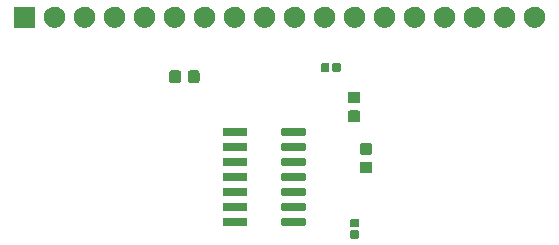
<source format=gbr>
G04 #@! TF.GenerationSoftware,KiCad,Pcbnew,5.1.5+dfsg1-2build2*
G04 #@! TF.CreationDate,2022-10-07T11:57:08+02:00*
G04 #@! TF.ProjectId,CMS_AmpliGBP,434d535f-416d-4706-9c69-4742502e6b69,rev?*
G04 #@! TF.SameCoordinates,Original*
G04 #@! TF.FileFunction,Soldermask,Top*
G04 #@! TF.FilePolarity,Negative*
%FSLAX46Y46*%
G04 Gerber Fmt 4.6, Leading zero omitted, Abs format (unit mm)*
G04 Created by KiCad (PCBNEW 5.1.5+dfsg1-2build2) date 2022-10-07 11:57:08*
%MOMM*%
%LPD*%
G04 APERTURE LIST*
%ADD10C,0.100000*%
G04 APERTURE END LIST*
D10*
G36*
X154586938Y-115841116D02*
G01*
X154607557Y-115847371D01*
X154626553Y-115857524D01*
X154643208Y-115871192D01*
X154656876Y-115887847D01*
X154667029Y-115906843D01*
X154673284Y-115927462D01*
X154676000Y-115955040D01*
X154676000Y-116413760D01*
X154673284Y-116441338D01*
X154667029Y-116461957D01*
X154656876Y-116480953D01*
X154643208Y-116497608D01*
X154626553Y-116511276D01*
X154607557Y-116521429D01*
X154586938Y-116527684D01*
X154559360Y-116530400D01*
X154050640Y-116530400D01*
X154023062Y-116527684D01*
X154002443Y-116521429D01*
X153983447Y-116511276D01*
X153966792Y-116497608D01*
X153953124Y-116480953D01*
X153942971Y-116461957D01*
X153936716Y-116441338D01*
X153934000Y-116413760D01*
X153934000Y-115955040D01*
X153936716Y-115927462D01*
X153942971Y-115906843D01*
X153953124Y-115887847D01*
X153966792Y-115871192D01*
X153983447Y-115857524D01*
X154002443Y-115847371D01*
X154023062Y-115841116D01*
X154050640Y-115838400D01*
X154559360Y-115838400D01*
X154586938Y-115841116D01*
G37*
G36*
X154586938Y-114871116D02*
G01*
X154607557Y-114877371D01*
X154626553Y-114887524D01*
X154643208Y-114901192D01*
X154656876Y-114917847D01*
X154667029Y-114936843D01*
X154673284Y-114957462D01*
X154676000Y-114985040D01*
X154676000Y-115443760D01*
X154673284Y-115471338D01*
X154667029Y-115491957D01*
X154656876Y-115510953D01*
X154643208Y-115527608D01*
X154626553Y-115541276D01*
X154607557Y-115551429D01*
X154586938Y-115557684D01*
X154559360Y-115560400D01*
X154050640Y-115560400D01*
X154023062Y-115557684D01*
X154002443Y-115551429D01*
X153983447Y-115541276D01*
X153966792Y-115527608D01*
X153953124Y-115510953D01*
X153942971Y-115491957D01*
X153936716Y-115471338D01*
X153934000Y-115443760D01*
X153934000Y-114985040D01*
X153936716Y-114957462D01*
X153942971Y-114936843D01*
X153953124Y-114917847D01*
X153966792Y-114901192D01*
X153983447Y-114887524D01*
X154002443Y-114877371D01*
X154023062Y-114871116D01*
X154050640Y-114868400D01*
X154559360Y-114868400D01*
X154586938Y-114871116D01*
G37*
G36*
X145124929Y-114764564D02*
G01*
X145146010Y-114770960D01*
X145165446Y-114781348D01*
X145182477Y-114795324D01*
X145196453Y-114812355D01*
X145206841Y-114831791D01*
X145213237Y-114852872D01*
X145216001Y-114880940D01*
X145216001Y-115344660D01*
X145213237Y-115372728D01*
X145206841Y-115393809D01*
X145196453Y-115413245D01*
X145182477Y-115430276D01*
X145165446Y-115444252D01*
X145146010Y-115454640D01*
X145124929Y-115461036D01*
X145096861Y-115463800D01*
X143283141Y-115463800D01*
X143255073Y-115461036D01*
X143233992Y-115454640D01*
X143214556Y-115444252D01*
X143197525Y-115430276D01*
X143183549Y-115413245D01*
X143173161Y-115393809D01*
X143166765Y-115372728D01*
X143164001Y-115344660D01*
X143164001Y-114880940D01*
X143166765Y-114852872D01*
X143173161Y-114831791D01*
X143183549Y-114812355D01*
X143197525Y-114795324D01*
X143214556Y-114781348D01*
X143233992Y-114770960D01*
X143255073Y-114764564D01*
X143283141Y-114761800D01*
X145096861Y-114761800D01*
X145124929Y-114764564D01*
G37*
G36*
X150074929Y-114764564D02*
G01*
X150096010Y-114770960D01*
X150115446Y-114781348D01*
X150132477Y-114795324D01*
X150146453Y-114812355D01*
X150156841Y-114831791D01*
X150163237Y-114852872D01*
X150166001Y-114880940D01*
X150166001Y-115344660D01*
X150163237Y-115372728D01*
X150156841Y-115393809D01*
X150146453Y-115413245D01*
X150132477Y-115430276D01*
X150115446Y-115444252D01*
X150096010Y-115454640D01*
X150074929Y-115461036D01*
X150046861Y-115463800D01*
X148233141Y-115463800D01*
X148205073Y-115461036D01*
X148183992Y-115454640D01*
X148164556Y-115444252D01*
X148147525Y-115430276D01*
X148133549Y-115413245D01*
X148123161Y-115393809D01*
X148116765Y-115372728D01*
X148114001Y-115344660D01*
X148114001Y-114880940D01*
X148116765Y-114852872D01*
X148123161Y-114831791D01*
X148133549Y-114812355D01*
X148147525Y-114795324D01*
X148164556Y-114781348D01*
X148183992Y-114770960D01*
X148205073Y-114764564D01*
X148233141Y-114761800D01*
X150046861Y-114761800D01*
X150074929Y-114764564D01*
G37*
G36*
X145124929Y-113494564D02*
G01*
X145146010Y-113500960D01*
X145165446Y-113511348D01*
X145182477Y-113525324D01*
X145196453Y-113542355D01*
X145206841Y-113561791D01*
X145213237Y-113582872D01*
X145216001Y-113610940D01*
X145216001Y-114074660D01*
X145213237Y-114102728D01*
X145206841Y-114123809D01*
X145196453Y-114143245D01*
X145182477Y-114160276D01*
X145165446Y-114174252D01*
X145146010Y-114184640D01*
X145124929Y-114191036D01*
X145096861Y-114193800D01*
X143283141Y-114193800D01*
X143255073Y-114191036D01*
X143233992Y-114184640D01*
X143214556Y-114174252D01*
X143197525Y-114160276D01*
X143183549Y-114143245D01*
X143173161Y-114123809D01*
X143166765Y-114102728D01*
X143164001Y-114074660D01*
X143164001Y-113610940D01*
X143166765Y-113582872D01*
X143173161Y-113561791D01*
X143183549Y-113542355D01*
X143197525Y-113525324D01*
X143214556Y-113511348D01*
X143233992Y-113500960D01*
X143255073Y-113494564D01*
X143283141Y-113491800D01*
X145096861Y-113491800D01*
X145124929Y-113494564D01*
G37*
G36*
X150074929Y-113494564D02*
G01*
X150096010Y-113500960D01*
X150115446Y-113511348D01*
X150132477Y-113525324D01*
X150146453Y-113542355D01*
X150156841Y-113561791D01*
X150163237Y-113582872D01*
X150166001Y-113610940D01*
X150166001Y-114074660D01*
X150163237Y-114102728D01*
X150156841Y-114123809D01*
X150146453Y-114143245D01*
X150132477Y-114160276D01*
X150115446Y-114174252D01*
X150096010Y-114184640D01*
X150074929Y-114191036D01*
X150046861Y-114193800D01*
X148233141Y-114193800D01*
X148205073Y-114191036D01*
X148183992Y-114184640D01*
X148164556Y-114174252D01*
X148147525Y-114160276D01*
X148133549Y-114143245D01*
X148123161Y-114123809D01*
X148116765Y-114102728D01*
X148114001Y-114074660D01*
X148114001Y-113610940D01*
X148116765Y-113582872D01*
X148123161Y-113561791D01*
X148133549Y-113542355D01*
X148147525Y-113525324D01*
X148164556Y-113511348D01*
X148183992Y-113500960D01*
X148205073Y-113494564D01*
X148233141Y-113491800D01*
X150046861Y-113491800D01*
X150074929Y-113494564D01*
G37*
G36*
X145124929Y-112224564D02*
G01*
X145146010Y-112230960D01*
X145165446Y-112241348D01*
X145182477Y-112255324D01*
X145196453Y-112272355D01*
X145206841Y-112291791D01*
X145213237Y-112312872D01*
X145216001Y-112340940D01*
X145216001Y-112804660D01*
X145213237Y-112832728D01*
X145206841Y-112853809D01*
X145196453Y-112873245D01*
X145182477Y-112890276D01*
X145165446Y-112904252D01*
X145146010Y-112914640D01*
X145124929Y-112921036D01*
X145096861Y-112923800D01*
X143283141Y-112923800D01*
X143255073Y-112921036D01*
X143233992Y-112914640D01*
X143214556Y-112904252D01*
X143197525Y-112890276D01*
X143183549Y-112873245D01*
X143173161Y-112853809D01*
X143166765Y-112832728D01*
X143164001Y-112804660D01*
X143164001Y-112340940D01*
X143166765Y-112312872D01*
X143173161Y-112291791D01*
X143183549Y-112272355D01*
X143197525Y-112255324D01*
X143214556Y-112241348D01*
X143233992Y-112230960D01*
X143255073Y-112224564D01*
X143283141Y-112221800D01*
X145096861Y-112221800D01*
X145124929Y-112224564D01*
G37*
G36*
X150074929Y-112224564D02*
G01*
X150096010Y-112230960D01*
X150115446Y-112241348D01*
X150132477Y-112255324D01*
X150146453Y-112272355D01*
X150156841Y-112291791D01*
X150163237Y-112312872D01*
X150166001Y-112340940D01*
X150166001Y-112804660D01*
X150163237Y-112832728D01*
X150156841Y-112853809D01*
X150146453Y-112873245D01*
X150132477Y-112890276D01*
X150115446Y-112904252D01*
X150096010Y-112914640D01*
X150074929Y-112921036D01*
X150046861Y-112923800D01*
X148233141Y-112923800D01*
X148205073Y-112921036D01*
X148183992Y-112914640D01*
X148164556Y-112904252D01*
X148147525Y-112890276D01*
X148133549Y-112873245D01*
X148123161Y-112853809D01*
X148116765Y-112832728D01*
X148114001Y-112804660D01*
X148114001Y-112340940D01*
X148116765Y-112312872D01*
X148123161Y-112291791D01*
X148133549Y-112272355D01*
X148147525Y-112255324D01*
X148164556Y-112241348D01*
X148183992Y-112230960D01*
X148205073Y-112224564D01*
X148233141Y-112221800D01*
X150046861Y-112221800D01*
X150074929Y-112224564D01*
G37*
G36*
X145124929Y-110954564D02*
G01*
X145146010Y-110960960D01*
X145165446Y-110971348D01*
X145182477Y-110985324D01*
X145196453Y-111002355D01*
X145206841Y-111021791D01*
X145213237Y-111042872D01*
X145216001Y-111070940D01*
X145216001Y-111534660D01*
X145213237Y-111562728D01*
X145206841Y-111583809D01*
X145196453Y-111603245D01*
X145182477Y-111620276D01*
X145165446Y-111634252D01*
X145146010Y-111644640D01*
X145124929Y-111651036D01*
X145096861Y-111653800D01*
X143283141Y-111653800D01*
X143255073Y-111651036D01*
X143233992Y-111644640D01*
X143214556Y-111634252D01*
X143197525Y-111620276D01*
X143183549Y-111603245D01*
X143173161Y-111583809D01*
X143166765Y-111562728D01*
X143164001Y-111534660D01*
X143164001Y-111070940D01*
X143166765Y-111042872D01*
X143173161Y-111021791D01*
X143183549Y-111002355D01*
X143197525Y-110985324D01*
X143214556Y-110971348D01*
X143233992Y-110960960D01*
X143255073Y-110954564D01*
X143283141Y-110951800D01*
X145096861Y-110951800D01*
X145124929Y-110954564D01*
G37*
G36*
X150074929Y-110954564D02*
G01*
X150096010Y-110960960D01*
X150115446Y-110971348D01*
X150132477Y-110985324D01*
X150146453Y-111002355D01*
X150156841Y-111021791D01*
X150163237Y-111042872D01*
X150166001Y-111070940D01*
X150166001Y-111534660D01*
X150163237Y-111562728D01*
X150156841Y-111583809D01*
X150146453Y-111603245D01*
X150132477Y-111620276D01*
X150115446Y-111634252D01*
X150096010Y-111644640D01*
X150074929Y-111651036D01*
X150046861Y-111653800D01*
X148233141Y-111653800D01*
X148205073Y-111651036D01*
X148183992Y-111644640D01*
X148164556Y-111634252D01*
X148147525Y-111620276D01*
X148133549Y-111603245D01*
X148123161Y-111583809D01*
X148116765Y-111562728D01*
X148114001Y-111534660D01*
X148114001Y-111070940D01*
X148116765Y-111042872D01*
X148123161Y-111021791D01*
X148133549Y-111002355D01*
X148147525Y-110985324D01*
X148164556Y-110971348D01*
X148183992Y-110960960D01*
X148205073Y-110954564D01*
X148233141Y-110951800D01*
X150046861Y-110951800D01*
X150074929Y-110954564D01*
G37*
G36*
X155649791Y-110030985D02*
G01*
X155683769Y-110041293D01*
X155715090Y-110058034D01*
X155742539Y-110080561D01*
X155765066Y-110108010D01*
X155781807Y-110139331D01*
X155792115Y-110173309D01*
X155796200Y-110214790D01*
X155796200Y-110816010D01*
X155792115Y-110857491D01*
X155781807Y-110891469D01*
X155765066Y-110922790D01*
X155742539Y-110950239D01*
X155715090Y-110972766D01*
X155683769Y-110989507D01*
X155649791Y-110999815D01*
X155608310Y-111003900D01*
X154932090Y-111003900D01*
X154890609Y-110999815D01*
X154856631Y-110989507D01*
X154825310Y-110972766D01*
X154797861Y-110950239D01*
X154775334Y-110922790D01*
X154758593Y-110891469D01*
X154748285Y-110857491D01*
X154744200Y-110816010D01*
X154744200Y-110214790D01*
X154748285Y-110173309D01*
X154758593Y-110139331D01*
X154775334Y-110108010D01*
X154797861Y-110080561D01*
X154825310Y-110058034D01*
X154856631Y-110041293D01*
X154890609Y-110030985D01*
X154932090Y-110026900D01*
X155608310Y-110026900D01*
X155649791Y-110030985D01*
G37*
G36*
X150074929Y-109684564D02*
G01*
X150096010Y-109690960D01*
X150115446Y-109701348D01*
X150132477Y-109715324D01*
X150146453Y-109732355D01*
X150156841Y-109751791D01*
X150163237Y-109772872D01*
X150166001Y-109800940D01*
X150166001Y-110264660D01*
X150163237Y-110292728D01*
X150156841Y-110313809D01*
X150146453Y-110333245D01*
X150132477Y-110350276D01*
X150115446Y-110364252D01*
X150096010Y-110374640D01*
X150074929Y-110381036D01*
X150046861Y-110383800D01*
X148233141Y-110383800D01*
X148205073Y-110381036D01*
X148183992Y-110374640D01*
X148164556Y-110364252D01*
X148147525Y-110350276D01*
X148133549Y-110333245D01*
X148123161Y-110313809D01*
X148116765Y-110292728D01*
X148114001Y-110264660D01*
X148114001Y-109800940D01*
X148116765Y-109772872D01*
X148123161Y-109751791D01*
X148133549Y-109732355D01*
X148147525Y-109715324D01*
X148164556Y-109701348D01*
X148183992Y-109690960D01*
X148205073Y-109684564D01*
X148233141Y-109681800D01*
X150046861Y-109681800D01*
X150074929Y-109684564D01*
G37*
G36*
X145124929Y-109684564D02*
G01*
X145146010Y-109690960D01*
X145165446Y-109701348D01*
X145182477Y-109715324D01*
X145196453Y-109732355D01*
X145206841Y-109751791D01*
X145213237Y-109772872D01*
X145216001Y-109800940D01*
X145216001Y-110264660D01*
X145213237Y-110292728D01*
X145206841Y-110313809D01*
X145196453Y-110333245D01*
X145182477Y-110350276D01*
X145165446Y-110364252D01*
X145146010Y-110374640D01*
X145124929Y-110381036D01*
X145096861Y-110383800D01*
X143283141Y-110383800D01*
X143255073Y-110381036D01*
X143233992Y-110374640D01*
X143214556Y-110364252D01*
X143197525Y-110350276D01*
X143183549Y-110333245D01*
X143173161Y-110313809D01*
X143166765Y-110292728D01*
X143164001Y-110264660D01*
X143164001Y-109800940D01*
X143166765Y-109772872D01*
X143173161Y-109751791D01*
X143183549Y-109732355D01*
X143197525Y-109715324D01*
X143214556Y-109701348D01*
X143233992Y-109690960D01*
X143255073Y-109684564D01*
X143283141Y-109681800D01*
X145096861Y-109681800D01*
X145124929Y-109684564D01*
G37*
G36*
X155649791Y-108455985D02*
G01*
X155683769Y-108466293D01*
X155715090Y-108483034D01*
X155742539Y-108505561D01*
X155765066Y-108533010D01*
X155781807Y-108564331D01*
X155792115Y-108598309D01*
X155796200Y-108639790D01*
X155796200Y-109241010D01*
X155792115Y-109282491D01*
X155781807Y-109316469D01*
X155765066Y-109347790D01*
X155742539Y-109375239D01*
X155715090Y-109397766D01*
X155683769Y-109414507D01*
X155649791Y-109424815D01*
X155608310Y-109428900D01*
X154932090Y-109428900D01*
X154890609Y-109424815D01*
X154856631Y-109414507D01*
X154825310Y-109397766D01*
X154797861Y-109375239D01*
X154775334Y-109347790D01*
X154758593Y-109316469D01*
X154748285Y-109282491D01*
X154744200Y-109241010D01*
X154744200Y-108639790D01*
X154748285Y-108598309D01*
X154758593Y-108564331D01*
X154775334Y-108533010D01*
X154797861Y-108505561D01*
X154825310Y-108483034D01*
X154856631Y-108466293D01*
X154890609Y-108455985D01*
X154932090Y-108451900D01*
X155608310Y-108451900D01*
X155649791Y-108455985D01*
G37*
G36*
X150074929Y-108414564D02*
G01*
X150096010Y-108420960D01*
X150115446Y-108431348D01*
X150132477Y-108445324D01*
X150146453Y-108462355D01*
X150156841Y-108481791D01*
X150163237Y-108502872D01*
X150166001Y-108530940D01*
X150166001Y-108994660D01*
X150163237Y-109022728D01*
X150156841Y-109043809D01*
X150146453Y-109063245D01*
X150132477Y-109080276D01*
X150115446Y-109094252D01*
X150096010Y-109104640D01*
X150074929Y-109111036D01*
X150046861Y-109113800D01*
X148233141Y-109113800D01*
X148205073Y-109111036D01*
X148183992Y-109104640D01*
X148164556Y-109094252D01*
X148147525Y-109080276D01*
X148133549Y-109063245D01*
X148123161Y-109043809D01*
X148116765Y-109022728D01*
X148114001Y-108994660D01*
X148114001Y-108530940D01*
X148116765Y-108502872D01*
X148123161Y-108481791D01*
X148133549Y-108462355D01*
X148147525Y-108445324D01*
X148164556Y-108431348D01*
X148183992Y-108420960D01*
X148205073Y-108414564D01*
X148233141Y-108411800D01*
X150046861Y-108411800D01*
X150074929Y-108414564D01*
G37*
G36*
X145124929Y-108414564D02*
G01*
X145146010Y-108420960D01*
X145165446Y-108431348D01*
X145182477Y-108445324D01*
X145196453Y-108462355D01*
X145206841Y-108481791D01*
X145213237Y-108502872D01*
X145216001Y-108530940D01*
X145216001Y-108994660D01*
X145213237Y-109022728D01*
X145206841Y-109043809D01*
X145196453Y-109063245D01*
X145182477Y-109080276D01*
X145165446Y-109094252D01*
X145146010Y-109104640D01*
X145124929Y-109111036D01*
X145096861Y-109113800D01*
X143283141Y-109113800D01*
X143255073Y-109111036D01*
X143233992Y-109104640D01*
X143214556Y-109094252D01*
X143197525Y-109080276D01*
X143183549Y-109063245D01*
X143173161Y-109043809D01*
X143166765Y-109022728D01*
X143164001Y-108994660D01*
X143164001Y-108530940D01*
X143166765Y-108502872D01*
X143173161Y-108481791D01*
X143183549Y-108462355D01*
X143197525Y-108445324D01*
X143214556Y-108431348D01*
X143233992Y-108420960D01*
X143255073Y-108414564D01*
X143283141Y-108411800D01*
X145096861Y-108411800D01*
X145124929Y-108414564D01*
G37*
G36*
X145124929Y-107144564D02*
G01*
X145146010Y-107150960D01*
X145165446Y-107161348D01*
X145182477Y-107175324D01*
X145196453Y-107192355D01*
X145206841Y-107211791D01*
X145213237Y-107232872D01*
X145216001Y-107260940D01*
X145216001Y-107724660D01*
X145213237Y-107752728D01*
X145206841Y-107773809D01*
X145196453Y-107793245D01*
X145182477Y-107810276D01*
X145165446Y-107824252D01*
X145146010Y-107834640D01*
X145124929Y-107841036D01*
X145096861Y-107843800D01*
X143283141Y-107843800D01*
X143255073Y-107841036D01*
X143233992Y-107834640D01*
X143214556Y-107824252D01*
X143197525Y-107810276D01*
X143183549Y-107793245D01*
X143173161Y-107773809D01*
X143166765Y-107752728D01*
X143164001Y-107724660D01*
X143164001Y-107260940D01*
X143166765Y-107232872D01*
X143173161Y-107211791D01*
X143183549Y-107192355D01*
X143197525Y-107175324D01*
X143214556Y-107161348D01*
X143233992Y-107150960D01*
X143255073Y-107144564D01*
X143283141Y-107141800D01*
X145096861Y-107141800D01*
X145124929Y-107144564D01*
G37*
G36*
X150074929Y-107144564D02*
G01*
X150096010Y-107150960D01*
X150115446Y-107161348D01*
X150132477Y-107175324D01*
X150146453Y-107192355D01*
X150156841Y-107211791D01*
X150163237Y-107232872D01*
X150166001Y-107260940D01*
X150166001Y-107724660D01*
X150163237Y-107752728D01*
X150156841Y-107773809D01*
X150146453Y-107793245D01*
X150132477Y-107810276D01*
X150115446Y-107824252D01*
X150096010Y-107834640D01*
X150074929Y-107841036D01*
X150046861Y-107843800D01*
X148233141Y-107843800D01*
X148205073Y-107841036D01*
X148183992Y-107834640D01*
X148164556Y-107824252D01*
X148147525Y-107810276D01*
X148133549Y-107793245D01*
X148123161Y-107773809D01*
X148116765Y-107752728D01*
X148114001Y-107724660D01*
X148114001Y-107260940D01*
X148116765Y-107232872D01*
X148123161Y-107211791D01*
X148133549Y-107192355D01*
X148147525Y-107175324D01*
X148164556Y-107161348D01*
X148183992Y-107150960D01*
X148205073Y-107144564D01*
X148233141Y-107141800D01*
X150046861Y-107141800D01*
X150074929Y-107144564D01*
G37*
G36*
X154633791Y-105687585D02*
G01*
X154667769Y-105697893D01*
X154699090Y-105714634D01*
X154726539Y-105737161D01*
X154749066Y-105764610D01*
X154765807Y-105795931D01*
X154776115Y-105829909D01*
X154780200Y-105871390D01*
X154780200Y-106472610D01*
X154776115Y-106514091D01*
X154765807Y-106548069D01*
X154749066Y-106579390D01*
X154726539Y-106606839D01*
X154699090Y-106629366D01*
X154667769Y-106646107D01*
X154633791Y-106656415D01*
X154592310Y-106660500D01*
X153916090Y-106660500D01*
X153874609Y-106656415D01*
X153840631Y-106646107D01*
X153809310Y-106629366D01*
X153781861Y-106606839D01*
X153759334Y-106579390D01*
X153742593Y-106548069D01*
X153732285Y-106514091D01*
X153728200Y-106472610D01*
X153728200Y-105871390D01*
X153732285Y-105829909D01*
X153742593Y-105795931D01*
X153759334Y-105764610D01*
X153781861Y-105737161D01*
X153809310Y-105714634D01*
X153840631Y-105697893D01*
X153874609Y-105687585D01*
X153916090Y-105683500D01*
X154592310Y-105683500D01*
X154633791Y-105687585D01*
G37*
G36*
X154633791Y-104112585D02*
G01*
X154667769Y-104122893D01*
X154699090Y-104139634D01*
X154726539Y-104162161D01*
X154749066Y-104189610D01*
X154765807Y-104220931D01*
X154776115Y-104254909D01*
X154780200Y-104296390D01*
X154780200Y-104897610D01*
X154776115Y-104939091D01*
X154765807Y-104973069D01*
X154749066Y-105004390D01*
X154726539Y-105031839D01*
X154699090Y-105054366D01*
X154667769Y-105071107D01*
X154633791Y-105081415D01*
X154592310Y-105085500D01*
X153916090Y-105085500D01*
X153874609Y-105081415D01*
X153840631Y-105071107D01*
X153809310Y-105054366D01*
X153781861Y-105031839D01*
X153759334Y-105004390D01*
X153742593Y-104973069D01*
X153732285Y-104939091D01*
X153728200Y-104897610D01*
X153728200Y-104296390D01*
X153732285Y-104254909D01*
X153742593Y-104220931D01*
X153759334Y-104189610D01*
X153781861Y-104162161D01*
X153809310Y-104139634D01*
X153840631Y-104122893D01*
X153874609Y-104112585D01*
X153916090Y-104108500D01*
X154592310Y-104108500D01*
X154633791Y-104112585D01*
G37*
G36*
X141032691Y-102297285D02*
G01*
X141066669Y-102307593D01*
X141097990Y-102324334D01*
X141125439Y-102346861D01*
X141147966Y-102374310D01*
X141164707Y-102405631D01*
X141175015Y-102439609D01*
X141179100Y-102481090D01*
X141179100Y-103157310D01*
X141175015Y-103198791D01*
X141164707Y-103232769D01*
X141147966Y-103264090D01*
X141125439Y-103291539D01*
X141097990Y-103314066D01*
X141066669Y-103330807D01*
X141032691Y-103341115D01*
X140991210Y-103345200D01*
X140389990Y-103345200D01*
X140348509Y-103341115D01*
X140314531Y-103330807D01*
X140283210Y-103314066D01*
X140255761Y-103291539D01*
X140233234Y-103264090D01*
X140216493Y-103232769D01*
X140206185Y-103198791D01*
X140202100Y-103157310D01*
X140202100Y-102481090D01*
X140206185Y-102439609D01*
X140216493Y-102405631D01*
X140233234Y-102374310D01*
X140255761Y-102346861D01*
X140283210Y-102324334D01*
X140314531Y-102307593D01*
X140348509Y-102297285D01*
X140389990Y-102293200D01*
X140991210Y-102293200D01*
X141032691Y-102297285D01*
G37*
G36*
X139457691Y-102297285D02*
G01*
X139491669Y-102307593D01*
X139522990Y-102324334D01*
X139550439Y-102346861D01*
X139572966Y-102374310D01*
X139589707Y-102405631D01*
X139600015Y-102439609D01*
X139604100Y-102481090D01*
X139604100Y-103157310D01*
X139600015Y-103198791D01*
X139589707Y-103232769D01*
X139572966Y-103264090D01*
X139550439Y-103291539D01*
X139522990Y-103314066D01*
X139491669Y-103330807D01*
X139457691Y-103341115D01*
X139416210Y-103345200D01*
X138814990Y-103345200D01*
X138773509Y-103341115D01*
X138739531Y-103330807D01*
X138708210Y-103314066D01*
X138680761Y-103291539D01*
X138658234Y-103264090D01*
X138641493Y-103232769D01*
X138631185Y-103198791D01*
X138627100Y-103157310D01*
X138627100Y-102481090D01*
X138631185Y-102439609D01*
X138641493Y-102405631D01*
X138658234Y-102374310D01*
X138680761Y-102346861D01*
X138708210Y-102324334D01*
X138739531Y-102307593D01*
X138773509Y-102297285D01*
X138814990Y-102293200D01*
X139416210Y-102293200D01*
X139457691Y-102297285D01*
G37*
G36*
X152067938Y-101688916D02*
G01*
X152088557Y-101695171D01*
X152107553Y-101705324D01*
X152124208Y-101718992D01*
X152137876Y-101735647D01*
X152148029Y-101754643D01*
X152154284Y-101775262D01*
X152157000Y-101802840D01*
X152157000Y-102311560D01*
X152154284Y-102339138D01*
X152148029Y-102359757D01*
X152137876Y-102378753D01*
X152124208Y-102395408D01*
X152107553Y-102409076D01*
X152088557Y-102419229D01*
X152067938Y-102425484D01*
X152040360Y-102428200D01*
X151581640Y-102428200D01*
X151554062Y-102425484D01*
X151533443Y-102419229D01*
X151514447Y-102409076D01*
X151497792Y-102395408D01*
X151484124Y-102378753D01*
X151473971Y-102359757D01*
X151467716Y-102339138D01*
X151465000Y-102311560D01*
X151465000Y-101802840D01*
X151467716Y-101775262D01*
X151473971Y-101754643D01*
X151484124Y-101735647D01*
X151497792Y-101718992D01*
X151514447Y-101705324D01*
X151533443Y-101695171D01*
X151554062Y-101688916D01*
X151581640Y-101686200D01*
X152040360Y-101686200D01*
X152067938Y-101688916D01*
G37*
G36*
X153037938Y-101688916D02*
G01*
X153058557Y-101695171D01*
X153077553Y-101705324D01*
X153094208Y-101718992D01*
X153107876Y-101735647D01*
X153118029Y-101754643D01*
X153124284Y-101775262D01*
X153127000Y-101802840D01*
X153127000Y-102311560D01*
X153124284Y-102339138D01*
X153118029Y-102359757D01*
X153107876Y-102378753D01*
X153094208Y-102395408D01*
X153077553Y-102409076D01*
X153058557Y-102419229D01*
X153037938Y-102425484D01*
X153010360Y-102428200D01*
X152551640Y-102428200D01*
X152524062Y-102425484D01*
X152503443Y-102419229D01*
X152484447Y-102409076D01*
X152467792Y-102395408D01*
X152454124Y-102378753D01*
X152443971Y-102359757D01*
X152437716Y-102339138D01*
X152435000Y-102311560D01*
X152435000Y-101802840D01*
X152437716Y-101775262D01*
X152443971Y-101754643D01*
X152454124Y-101735647D01*
X152467792Y-101718992D01*
X152484447Y-101705324D01*
X152503443Y-101695171D01*
X152524062Y-101688916D01*
X152551640Y-101686200D01*
X153010360Y-101686200D01*
X153037938Y-101688916D01*
G37*
G36*
X144258512Y-96893927D02*
G01*
X144407812Y-96923624D01*
X144571784Y-96991544D01*
X144719354Y-97090147D01*
X144844853Y-97215646D01*
X144943456Y-97363216D01*
X145011376Y-97527188D01*
X145046000Y-97701259D01*
X145046000Y-97878741D01*
X145011376Y-98052812D01*
X144943456Y-98216784D01*
X144844853Y-98364354D01*
X144719354Y-98489853D01*
X144571784Y-98588456D01*
X144407812Y-98656376D01*
X144258512Y-98686073D01*
X144233742Y-98691000D01*
X144056258Y-98691000D01*
X144031488Y-98686073D01*
X143882188Y-98656376D01*
X143718216Y-98588456D01*
X143570646Y-98489853D01*
X143445147Y-98364354D01*
X143346544Y-98216784D01*
X143278624Y-98052812D01*
X143244000Y-97878741D01*
X143244000Y-97701259D01*
X143278624Y-97527188D01*
X143346544Y-97363216D01*
X143445147Y-97215646D01*
X143570646Y-97090147D01*
X143718216Y-96991544D01*
X143882188Y-96923624D01*
X144031488Y-96893927D01*
X144056258Y-96889000D01*
X144233742Y-96889000D01*
X144258512Y-96893927D01*
G37*
G36*
X127266000Y-98691000D02*
G01*
X125464000Y-98691000D01*
X125464000Y-96889000D01*
X127266000Y-96889000D01*
X127266000Y-98691000D01*
G37*
G36*
X129018512Y-96893927D02*
G01*
X129167812Y-96923624D01*
X129331784Y-96991544D01*
X129479354Y-97090147D01*
X129604853Y-97215646D01*
X129703456Y-97363216D01*
X129771376Y-97527188D01*
X129806000Y-97701259D01*
X129806000Y-97878741D01*
X129771376Y-98052812D01*
X129703456Y-98216784D01*
X129604853Y-98364354D01*
X129479354Y-98489853D01*
X129331784Y-98588456D01*
X129167812Y-98656376D01*
X129018512Y-98686073D01*
X128993742Y-98691000D01*
X128816258Y-98691000D01*
X128791488Y-98686073D01*
X128642188Y-98656376D01*
X128478216Y-98588456D01*
X128330646Y-98489853D01*
X128205147Y-98364354D01*
X128106544Y-98216784D01*
X128038624Y-98052812D01*
X128004000Y-97878741D01*
X128004000Y-97701259D01*
X128038624Y-97527188D01*
X128106544Y-97363216D01*
X128205147Y-97215646D01*
X128330646Y-97090147D01*
X128478216Y-96991544D01*
X128642188Y-96923624D01*
X128791488Y-96893927D01*
X128816258Y-96889000D01*
X128993742Y-96889000D01*
X129018512Y-96893927D01*
G37*
G36*
X131558512Y-96893927D02*
G01*
X131707812Y-96923624D01*
X131871784Y-96991544D01*
X132019354Y-97090147D01*
X132144853Y-97215646D01*
X132243456Y-97363216D01*
X132311376Y-97527188D01*
X132346000Y-97701259D01*
X132346000Y-97878741D01*
X132311376Y-98052812D01*
X132243456Y-98216784D01*
X132144853Y-98364354D01*
X132019354Y-98489853D01*
X131871784Y-98588456D01*
X131707812Y-98656376D01*
X131558512Y-98686073D01*
X131533742Y-98691000D01*
X131356258Y-98691000D01*
X131331488Y-98686073D01*
X131182188Y-98656376D01*
X131018216Y-98588456D01*
X130870646Y-98489853D01*
X130745147Y-98364354D01*
X130646544Y-98216784D01*
X130578624Y-98052812D01*
X130544000Y-97878741D01*
X130544000Y-97701259D01*
X130578624Y-97527188D01*
X130646544Y-97363216D01*
X130745147Y-97215646D01*
X130870646Y-97090147D01*
X131018216Y-96991544D01*
X131182188Y-96923624D01*
X131331488Y-96893927D01*
X131356258Y-96889000D01*
X131533742Y-96889000D01*
X131558512Y-96893927D01*
G37*
G36*
X134098512Y-96893927D02*
G01*
X134247812Y-96923624D01*
X134411784Y-96991544D01*
X134559354Y-97090147D01*
X134684853Y-97215646D01*
X134783456Y-97363216D01*
X134851376Y-97527188D01*
X134886000Y-97701259D01*
X134886000Y-97878741D01*
X134851376Y-98052812D01*
X134783456Y-98216784D01*
X134684853Y-98364354D01*
X134559354Y-98489853D01*
X134411784Y-98588456D01*
X134247812Y-98656376D01*
X134098512Y-98686073D01*
X134073742Y-98691000D01*
X133896258Y-98691000D01*
X133871488Y-98686073D01*
X133722188Y-98656376D01*
X133558216Y-98588456D01*
X133410646Y-98489853D01*
X133285147Y-98364354D01*
X133186544Y-98216784D01*
X133118624Y-98052812D01*
X133084000Y-97878741D01*
X133084000Y-97701259D01*
X133118624Y-97527188D01*
X133186544Y-97363216D01*
X133285147Y-97215646D01*
X133410646Y-97090147D01*
X133558216Y-96991544D01*
X133722188Y-96923624D01*
X133871488Y-96893927D01*
X133896258Y-96889000D01*
X134073742Y-96889000D01*
X134098512Y-96893927D01*
G37*
G36*
X136638512Y-96893927D02*
G01*
X136787812Y-96923624D01*
X136951784Y-96991544D01*
X137099354Y-97090147D01*
X137224853Y-97215646D01*
X137323456Y-97363216D01*
X137391376Y-97527188D01*
X137426000Y-97701259D01*
X137426000Y-97878741D01*
X137391376Y-98052812D01*
X137323456Y-98216784D01*
X137224853Y-98364354D01*
X137099354Y-98489853D01*
X136951784Y-98588456D01*
X136787812Y-98656376D01*
X136638512Y-98686073D01*
X136613742Y-98691000D01*
X136436258Y-98691000D01*
X136411488Y-98686073D01*
X136262188Y-98656376D01*
X136098216Y-98588456D01*
X135950646Y-98489853D01*
X135825147Y-98364354D01*
X135726544Y-98216784D01*
X135658624Y-98052812D01*
X135624000Y-97878741D01*
X135624000Y-97701259D01*
X135658624Y-97527188D01*
X135726544Y-97363216D01*
X135825147Y-97215646D01*
X135950646Y-97090147D01*
X136098216Y-96991544D01*
X136262188Y-96923624D01*
X136411488Y-96893927D01*
X136436258Y-96889000D01*
X136613742Y-96889000D01*
X136638512Y-96893927D01*
G37*
G36*
X141718512Y-96893927D02*
G01*
X141867812Y-96923624D01*
X142031784Y-96991544D01*
X142179354Y-97090147D01*
X142304853Y-97215646D01*
X142403456Y-97363216D01*
X142471376Y-97527188D01*
X142506000Y-97701259D01*
X142506000Y-97878741D01*
X142471376Y-98052812D01*
X142403456Y-98216784D01*
X142304853Y-98364354D01*
X142179354Y-98489853D01*
X142031784Y-98588456D01*
X141867812Y-98656376D01*
X141718512Y-98686073D01*
X141693742Y-98691000D01*
X141516258Y-98691000D01*
X141491488Y-98686073D01*
X141342188Y-98656376D01*
X141178216Y-98588456D01*
X141030646Y-98489853D01*
X140905147Y-98364354D01*
X140806544Y-98216784D01*
X140738624Y-98052812D01*
X140704000Y-97878741D01*
X140704000Y-97701259D01*
X140738624Y-97527188D01*
X140806544Y-97363216D01*
X140905147Y-97215646D01*
X141030646Y-97090147D01*
X141178216Y-96991544D01*
X141342188Y-96923624D01*
X141491488Y-96893927D01*
X141516258Y-96889000D01*
X141693742Y-96889000D01*
X141718512Y-96893927D01*
G37*
G36*
X139178512Y-96893927D02*
G01*
X139327812Y-96923624D01*
X139491784Y-96991544D01*
X139639354Y-97090147D01*
X139764853Y-97215646D01*
X139863456Y-97363216D01*
X139931376Y-97527188D01*
X139966000Y-97701259D01*
X139966000Y-97878741D01*
X139931376Y-98052812D01*
X139863456Y-98216784D01*
X139764853Y-98364354D01*
X139639354Y-98489853D01*
X139491784Y-98588456D01*
X139327812Y-98656376D01*
X139178512Y-98686073D01*
X139153742Y-98691000D01*
X138976258Y-98691000D01*
X138951488Y-98686073D01*
X138802188Y-98656376D01*
X138638216Y-98588456D01*
X138490646Y-98489853D01*
X138365147Y-98364354D01*
X138266544Y-98216784D01*
X138198624Y-98052812D01*
X138164000Y-97878741D01*
X138164000Y-97701259D01*
X138198624Y-97527188D01*
X138266544Y-97363216D01*
X138365147Y-97215646D01*
X138490646Y-97090147D01*
X138638216Y-96991544D01*
X138802188Y-96923624D01*
X138951488Y-96893927D01*
X138976258Y-96889000D01*
X139153742Y-96889000D01*
X139178512Y-96893927D01*
G37*
G36*
X167118512Y-96893927D02*
G01*
X167267812Y-96923624D01*
X167431784Y-96991544D01*
X167579354Y-97090147D01*
X167704853Y-97215646D01*
X167803456Y-97363216D01*
X167871376Y-97527188D01*
X167906000Y-97701259D01*
X167906000Y-97878741D01*
X167871376Y-98052812D01*
X167803456Y-98216784D01*
X167704853Y-98364354D01*
X167579354Y-98489853D01*
X167431784Y-98588456D01*
X167267812Y-98656376D01*
X167118512Y-98686073D01*
X167093742Y-98691000D01*
X166916258Y-98691000D01*
X166891488Y-98686073D01*
X166742188Y-98656376D01*
X166578216Y-98588456D01*
X166430646Y-98489853D01*
X166305147Y-98364354D01*
X166206544Y-98216784D01*
X166138624Y-98052812D01*
X166104000Y-97878741D01*
X166104000Y-97701259D01*
X166138624Y-97527188D01*
X166206544Y-97363216D01*
X166305147Y-97215646D01*
X166430646Y-97090147D01*
X166578216Y-96991544D01*
X166742188Y-96923624D01*
X166891488Y-96893927D01*
X166916258Y-96889000D01*
X167093742Y-96889000D01*
X167118512Y-96893927D01*
G37*
G36*
X164578512Y-96893927D02*
G01*
X164727812Y-96923624D01*
X164891784Y-96991544D01*
X165039354Y-97090147D01*
X165164853Y-97215646D01*
X165263456Y-97363216D01*
X165331376Y-97527188D01*
X165366000Y-97701259D01*
X165366000Y-97878741D01*
X165331376Y-98052812D01*
X165263456Y-98216784D01*
X165164853Y-98364354D01*
X165039354Y-98489853D01*
X164891784Y-98588456D01*
X164727812Y-98656376D01*
X164578512Y-98686073D01*
X164553742Y-98691000D01*
X164376258Y-98691000D01*
X164351488Y-98686073D01*
X164202188Y-98656376D01*
X164038216Y-98588456D01*
X163890646Y-98489853D01*
X163765147Y-98364354D01*
X163666544Y-98216784D01*
X163598624Y-98052812D01*
X163564000Y-97878741D01*
X163564000Y-97701259D01*
X163598624Y-97527188D01*
X163666544Y-97363216D01*
X163765147Y-97215646D01*
X163890646Y-97090147D01*
X164038216Y-96991544D01*
X164202188Y-96923624D01*
X164351488Y-96893927D01*
X164376258Y-96889000D01*
X164553742Y-96889000D01*
X164578512Y-96893927D01*
G37*
G36*
X162038512Y-96893927D02*
G01*
X162187812Y-96923624D01*
X162351784Y-96991544D01*
X162499354Y-97090147D01*
X162624853Y-97215646D01*
X162723456Y-97363216D01*
X162791376Y-97527188D01*
X162826000Y-97701259D01*
X162826000Y-97878741D01*
X162791376Y-98052812D01*
X162723456Y-98216784D01*
X162624853Y-98364354D01*
X162499354Y-98489853D01*
X162351784Y-98588456D01*
X162187812Y-98656376D01*
X162038512Y-98686073D01*
X162013742Y-98691000D01*
X161836258Y-98691000D01*
X161811488Y-98686073D01*
X161662188Y-98656376D01*
X161498216Y-98588456D01*
X161350646Y-98489853D01*
X161225147Y-98364354D01*
X161126544Y-98216784D01*
X161058624Y-98052812D01*
X161024000Y-97878741D01*
X161024000Y-97701259D01*
X161058624Y-97527188D01*
X161126544Y-97363216D01*
X161225147Y-97215646D01*
X161350646Y-97090147D01*
X161498216Y-96991544D01*
X161662188Y-96923624D01*
X161811488Y-96893927D01*
X161836258Y-96889000D01*
X162013742Y-96889000D01*
X162038512Y-96893927D01*
G37*
G36*
X159498512Y-96893927D02*
G01*
X159647812Y-96923624D01*
X159811784Y-96991544D01*
X159959354Y-97090147D01*
X160084853Y-97215646D01*
X160183456Y-97363216D01*
X160251376Y-97527188D01*
X160286000Y-97701259D01*
X160286000Y-97878741D01*
X160251376Y-98052812D01*
X160183456Y-98216784D01*
X160084853Y-98364354D01*
X159959354Y-98489853D01*
X159811784Y-98588456D01*
X159647812Y-98656376D01*
X159498512Y-98686073D01*
X159473742Y-98691000D01*
X159296258Y-98691000D01*
X159271488Y-98686073D01*
X159122188Y-98656376D01*
X158958216Y-98588456D01*
X158810646Y-98489853D01*
X158685147Y-98364354D01*
X158586544Y-98216784D01*
X158518624Y-98052812D01*
X158484000Y-97878741D01*
X158484000Y-97701259D01*
X158518624Y-97527188D01*
X158586544Y-97363216D01*
X158685147Y-97215646D01*
X158810646Y-97090147D01*
X158958216Y-96991544D01*
X159122188Y-96923624D01*
X159271488Y-96893927D01*
X159296258Y-96889000D01*
X159473742Y-96889000D01*
X159498512Y-96893927D01*
G37*
G36*
X156958512Y-96893927D02*
G01*
X157107812Y-96923624D01*
X157271784Y-96991544D01*
X157419354Y-97090147D01*
X157544853Y-97215646D01*
X157643456Y-97363216D01*
X157711376Y-97527188D01*
X157746000Y-97701259D01*
X157746000Y-97878741D01*
X157711376Y-98052812D01*
X157643456Y-98216784D01*
X157544853Y-98364354D01*
X157419354Y-98489853D01*
X157271784Y-98588456D01*
X157107812Y-98656376D01*
X156958512Y-98686073D01*
X156933742Y-98691000D01*
X156756258Y-98691000D01*
X156731488Y-98686073D01*
X156582188Y-98656376D01*
X156418216Y-98588456D01*
X156270646Y-98489853D01*
X156145147Y-98364354D01*
X156046544Y-98216784D01*
X155978624Y-98052812D01*
X155944000Y-97878741D01*
X155944000Y-97701259D01*
X155978624Y-97527188D01*
X156046544Y-97363216D01*
X156145147Y-97215646D01*
X156270646Y-97090147D01*
X156418216Y-96991544D01*
X156582188Y-96923624D01*
X156731488Y-96893927D01*
X156756258Y-96889000D01*
X156933742Y-96889000D01*
X156958512Y-96893927D01*
G37*
G36*
X154418512Y-96893927D02*
G01*
X154567812Y-96923624D01*
X154731784Y-96991544D01*
X154879354Y-97090147D01*
X155004853Y-97215646D01*
X155103456Y-97363216D01*
X155171376Y-97527188D01*
X155206000Y-97701259D01*
X155206000Y-97878741D01*
X155171376Y-98052812D01*
X155103456Y-98216784D01*
X155004853Y-98364354D01*
X154879354Y-98489853D01*
X154731784Y-98588456D01*
X154567812Y-98656376D01*
X154418512Y-98686073D01*
X154393742Y-98691000D01*
X154216258Y-98691000D01*
X154191488Y-98686073D01*
X154042188Y-98656376D01*
X153878216Y-98588456D01*
X153730646Y-98489853D01*
X153605147Y-98364354D01*
X153506544Y-98216784D01*
X153438624Y-98052812D01*
X153404000Y-97878741D01*
X153404000Y-97701259D01*
X153438624Y-97527188D01*
X153506544Y-97363216D01*
X153605147Y-97215646D01*
X153730646Y-97090147D01*
X153878216Y-96991544D01*
X154042188Y-96923624D01*
X154191488Y-96893927D01*
X154216258Y-96889000D01*
X154393742Y-96889000D01*
X154418512Y-96893927D01*
G37*
G36*
X151878512Y-96893927D02*
G01*
X152027812Y-96923624D01*
X152191784Y-96991544D01*
X152339354Y-97090147D01*
X152464853Y-97215646D01*
X152563456Y-97363216D01*
X152631376Y-97527188D01*
X152666000Y-97701259D01*
X152666000Y-97878741D01*
X152631376Y-98052812D01*
X152563456Y-98216784D01*
X152464853Y-98364354D01*
X152339354Y-98489853D01*
X152191784Y-98588456D01*
X152027812Y-98656376D01*
X151878512Y-98686073D01*
X151853742Y-98691000D01*
X151676258Y-98691000D01*
X151651488Y-98686073D01*
X151502188Y-98656376D01*
X151338216Y-98588456D01*
X151190646Y-98489853D01*
X151065147Y-98364354D01*
X150966544Y-98216784D01*
X150898624Y-98052812D01*
X150864000Y-97878741D01*
X150864000Y-97701259D01*
X150898624Y-97527188D01*
X150966544Y-97363216D01*
X151065147Y-97215646D01*
X151190646Y-97090147D01*
X151338216Y-96991544D01*
X151502188Y-96923624D01*
X151651488Y-96893927D01*
X151676258Y-96889000D01*
X151853742Y-96889000D01*
X151878512Y-96893927D01*
G37*
G36*
X149338512Y-96893927D02*
G01*
X149487812Y-96923624D01*
X149651784Y-96991544D01*
X149799354Y-97090147D01*
X149924853Y-97215646D01*
X150023456Y-97363216D01*
X150091376Y-97527188D01*
X150126000Y-97701259D01*
X150126000Y-97878741D01*
X150091376Y-98052812D01*
X150023456Y-98216784D01*
X149924853Y-98364354D01*
X149799354Y-98489853D01*
X149651784Y-98588456D01*
X149487812Y-98656376D01*
X149338512Y-98686073D01*
X149313742Y-98691000D01*
X149136258Y-98691000D01*
X149111488Y-98686073D01*
X148962188Y-98656376D01*
X148798216Y-98588456D01*
X148650646Y-98489853D01*
X148525147Y-98364354D01*
X148426544Y-98216784D01*
X148358624Y-98052812D01*
X148324000Y-97878741D01*
X148324000Y-97701259D01*
X148358624Y-97527188D01*
X148426544Y-97363216D01*
X148525147Y-97215646D01*
X148650646Y-97090147D01*
X148798216Y-96991544D01*
X148962188Y-96923624D01*
X149111488Y-96893927D01*
X149136258Y-96889000D01*
X149313742Y-96889000D01*
X149338512Y-96893927D01*
G37*
G36*
X146798512Y-96893927D02*
G01*
X146947812Y-96923624D01*
X147111784Y-96991544D01*
X147259354Y-97090147D01*
X147384853Y-97215646D01*
X147483456Y-97363216D01*
X147551376Y-97527188D01*
X147586000Y-97701259D01*
X147586000Y-97878741D01*
X147551376Y-98052812D01*
X147483456Y-98216784D01*
X147384853Y-98364354D01*
X147259354Y-98489853D01*
X147111784Y-98588456D01*
X146947812Y-98656376D01*
X146798512Y-98686073D01*
X146773742Y-98691000D01*
X146596258Y-98691000D01*
X146571488Y-98686073D01*
X146422188Y-98656376D01*
X146258216Y-98588456D01*
X146110646Y-98489853D01*
X145985147Y-98364354D01*
X145886544Y-98216784D01*
X145818624Y-98052812D01*
X145784000Y-97878741D01*
X145784000Y-97701259D01*
X145818624Y-97527188D01*
X145886544Y-97363216D01*
X145985147Y-97215646D01*
X146110646Y-97090147D01*
X146258216Y-96991544D01*
X146422188Y-96923624D01*
X146571488Y-96893927D01*
X146596258Y-96889000D01*
X146773742Y-96889000D01*
X146798512Y-96893927D01*
G37*
G36*
X169658512Y-96893927D02*
G01*
X169807812Y-96923624D01*
X169971784Y-96991544D01*
X170119354Y-97090147D01*
X170244853Y-97215646D01*
X170343456Y-97363216D01*
X170411376Y-97527188D01*
X170446000Y-97701259D01*
X170446000Y-97878741D01*
X170411376Y-98052812D01*
X170343456Y-98216784D01*
X170244853Y-98364354D01*
X170119354Y-98489853D01*
X169971784Y-98588456D01*
X169807812Y-98656376D01*
X169658512Y-98686073D01*
X169633742Y-98691000D01*
X169456258Y-98691000D01*
X169431488Y-98686073D01*
X169282188Y-98656376D01*
X169118216Y-98588456D01*
X168970646Y-98489853D01*
X168845147Y-98364354D01*
X168746544Y-98216784D01*
X168678624Y-98052812D01*
X168644000Y-97878741D01*
X168644000Y-97701259D01*
X168678624Y-97527188D01*
X168746544Y-97363216D01*
X168845147Y-97215646D01*
X168970646Y-97090147D01*
X169118216Y-96991544D01*
X169282188Y-96923624D01*
X169431488Y-96893927D01*
X169456258Y-96889000D01*
X169633742Y-96889000D01*
X169658512Y-96893927D01*
G37*
M02*

</source>
